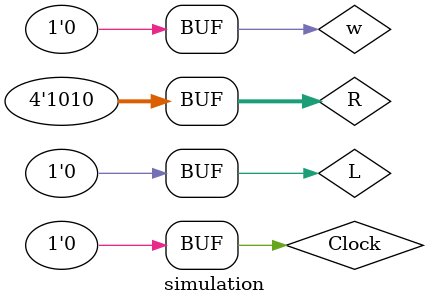
<source format=v>
`timescale 1ns / 1ps
module simulation();
shift4 uut(R,L,w,Clock,Q);
reg [3:0]R;
reg L;reg w; reg Clock;
wire [3:0]Q;
initial begin
L =0;w=0;R=4'b0000;Clock=0;

#1 L=1; R = 4'b1001; L =1; //Load is on. Loading R = 1001 into Q. Now Allow  it to go for 4 cycles.
#1 Clock = 1; //First Positive edge
#1 
#1 Clock = 0; //First falling edge
#1 R = 4'b0011; //Q Should be loaded with Rs value
#1 Clock = 1;//second Rising edge 1 CLOCK CYCLE FROM Q ON AND L ON
#1  
#1 Clock = 0; ///second falling edge 
#1 R=4'b0110; //Q Should be loaded with 4'b0110
#1 Clock = 1; //Third rising 2 CLOCK CYCLE FROM Q ON AND L ON
#1
#1 Clock =0; //Third falling 
#1 R=4'b1110; //Q Should be loaded with 4'b1110
#1 Clock =1; //Fourth rising 3 CLOCK CYCLE FROM Q ON AND L ON
#1
#1 Clock =0; //#Fourth Falling. 
#1 R=4'b1010; //Q Should be loaded with 4'b1010
#1 Clock =1; // 4 CLock cycle from Q on and L on
#1
#1 Clock =0; //s
#1 //Just befor clock rises again. Set Load to 0. Shift is on. We will be shifting Q over 4 clocks.
#1 Clock =1; //Load is now off.. starting 4 clock cycle Q = 4'b1010
#1 L =0; 
#1 Clock =0;
#1 
#1 Clock =1; //first clock cycle done with load off. Q should = 4'b0101
#1
#1 Clock =0; 
#1 
#1 Clock =1; //Second clock cycle complete with load off Q should = 4'b0010
#1 
#1 Clock =0;
#1 
#1 Clock =1;//Third Clock cycle complete with Load off. Q should = 4'b0001
#1 
#1 Clock =0; 
#1 
#1 Clock =1;//Fourth Clock cycle with load off. At this point, Q should = 4'b0000
#1 
#1 Clock =0; 
end
endmodule

</source>
